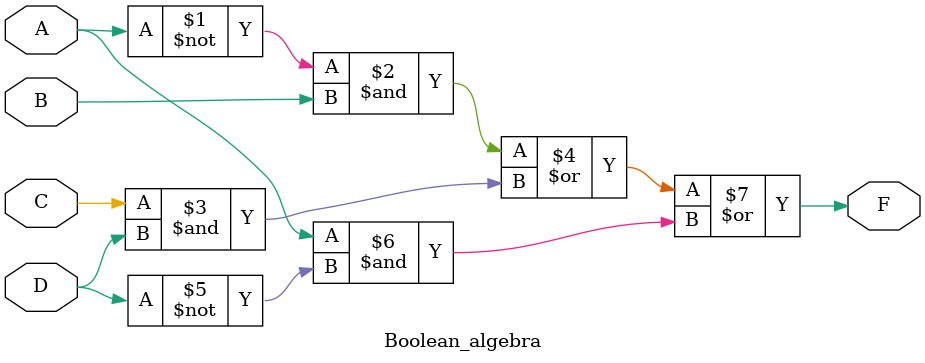
<source format=v>
module Boolean_algebra(
    input  wire A,
    input  wire B,
    input  wire C,
    input  wire D,
    output wire F
);

assign F = (~A & B) | (C & D) | (A & ~D);

endmodule


</source>
